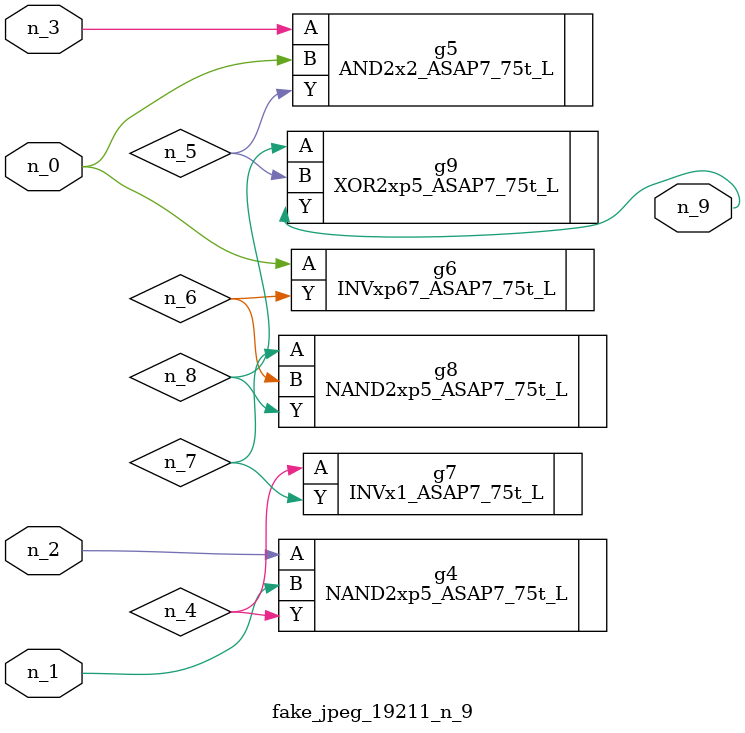
<source format=v>
module fake_jpeg_19211_n_9 (n_0, n_3, n_2, n_1, n_9);

input n_0;
input n_3;
input n_2;
input n_1;

output n_9;

wire n_4;
wire n_8;
wire n_6;
wire n_5;
wire n_7;

NAND2xp5_ASAP7_75t_L g4 ( 
.A(n_2),
.B(n_1),
.Y(n_4)
);

AND2x2_ASAP7_75t_L g5 ( 
.A(n_3),
.B(n_0),
.Y(n_5)
);

INVxp67_ASAP7_75t_L g6 ( 
.A(n_0),
.Y(n_6)
);

INVx1_ASAP7_75t_L g7 ( 
.A(n_4),
.Y(n_7)
);

NAND2xp5_ASAP7_75t_L g8 ( 
.A(n_7),
.B(n_6),
.Y(n_8)
);

XOR2xp5_ASAP7_75t_L g9 ( 
.A(n_8),
.B(n_5),
.Y(n_9)
);


endmodule
</source>
